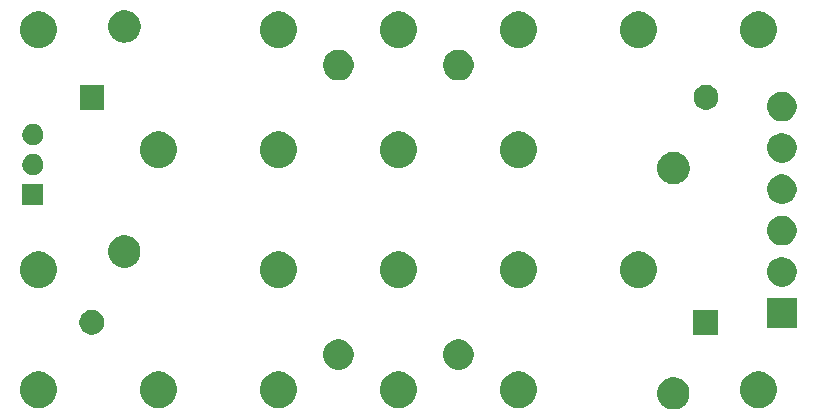
<source format=gbr>
G04 #@! TF.GenerationSoftware,KiCad,Pcbnew,5.1.5-52549c5~86~ubuntu18.04.1*
G04 #@! TF.CreationDate,2020-09-09T16:53:46-05:00*
G04 #@! TF.ProjectId,C03,4330332e-6b69-4636-9164-5f7063625858,rev?*
G04 #@! TF.SameCoordinates,Original*
G04 #@! TF.FileFunction,Soldermask,Bot*
G04 #@! TF.FilePolarity,Negative*
%FSLAX46Y46*%
G04 Gerber Fmt 4.6, Leading zero omitted, Abs format (unit mm)*
G04 Created by KiCad (PCBNEW 5.1.5-52549c5~86~ubuntu18.04.1) date 2020-09-09 16:53:46*
%MOMM*%
%LPD*%
G04 APERTURE LIST*
%ADD10C,0.100000*%
G04 APERTURE END LIST*
D10*
G36*
X77737524Y-53216697D02*
G01*
X77964706Y-53261886D01*
X78214212Y-53365235D01*
X78438762Y-53515275D01*
X78629725Y-53706238D01*
X78779765Y-53930788D01*
X78883114Y-54180294D01*
X78935800Y-54445168D01*
X78935800Y-54715232D01*
X78883114Y-54980106D01*
X78779765Y-55229612D01*
X78629725Y-55454162D01*
X78438762Y-55645125D01*
X78214212Y-55795165D01*
X77964706Y-55898514D01*
X77737524Y-55943703D01*
X77699833Y-55951200D01*
X77429767Y-55951200D01*
X77392076Y-55943703D01*
X77164894Y-55898514D01*
X76915388Y-55795165D01*
X76690838Y-55645125D01*
X76499875Y-55454162D01*
X76349835Y-55229612D01*
X76246486Y-54980106D01*
X76193800Y-54715232D01*
X76193800Y-54445168D01*
X76246486Y-54180294D01*
X76349835Y-53930788D01*
X76499875Y-53706238D01*
X76690838Y-53515275D01*
X76915388Y-53365235D01*
X77164894Y-53261886D01*
X77392076Y-53216697D01*
X77429767Y-53209200D01*
X77699833Y-53209200D01*
X77737524Y-53216697D01*
G37*
G36*
X85072585Y-52768802D02*
G01*
X85222410Y-52798604D01*
X85504674Y-52915521D01*
X85758705Y-53085259D01*
X85974741Y-53301295D01*
X86144479Y-53555326D01*
X86261396Y-53837590D01*
X86321000Y-54137240D01*
X86321000Y-54442760D01*
X86261396Y-54742410D01*
X86144479Y-55024674D01*
X85974741Y-55278705D01*
X85758705Y-55494741D01*
X85504674Y-55664479D01*
X85222410Y-55781396D01*
X85153188Y-55795165D01*
X84922761Y-55841000D01*
X84617239Y-55841000D01*
X84386812Y-55795165D01*
X84317590Y-55781396D01*
X84035326Y-55664479D01*
X83781295Y-55494741D01*
X83565259Y-55278705D01*
X83395521Y-55024674D01*
X83278604Y-54742410D01*
X83219000Y-54442760D01*
X83219000Y-54137240D01*
X83278604Y-53837590D01*
X83395521Y-53555326D01*
X83565259Y-53301295D01*
X83781295Y-53085259D01*
X84035326Y-52915521D01*
X84317590Y-52798604D01*
X84467415Y-52768802D01*
X84617239Y-52739000D01*
X84922761Y-52739000D01*
X85072585Y-52768802D01*
G37*
G36*
X24112585Y-52768802D02*
G01*
X24262410Y-52798604D01*
X24544674Y-52915521D01*
X24798705Y-53085259D01*
X25014741Y-53301295D01*
X25184479Y-53555326D01*
X25301396Y-53837590D01*
X25361000Y-54137240D01*
X25361000Y-54442760D01*
X25301396Y-54742410D01*
X25184479Y-55024674D01*
X25014741Y-55278705D01*
X24798705Y-55494741D01*
X24544674Y-55664479D01*
X24262410Y-55781396D01*
X24193188Y-55795165D01*
X23962761Y-55841000D01*
X23657239Y-55841000D01*
X23426812Y-55795165D01*
X23357590Y-55781396D01*
X23075326Y-55664479D01*
X22821295Y-55494741D01*
X22605259Y-55278705D01*
X22435521Y-55024674D01*
X22318604Y-54742410D01*
X22259000Y-54442760D01*
X22259000Y-54137240D01*
X22318604Y-53837590D01*
X22435521Y-53555326D01*
X22605259Y-53301295D01*
X22821295Y-53085259D01*
X23075326Y-52915521D01*
X23357590Y-52798604D01*
X23507415Y-52768802D01*
X23657239Y-52739000D01*
X23962761Y-52739000D01*
X24112585Y-52768802D01*
G37*
G36*
X34272585Y-52768802D02*
G01*
X34422410Y-52798604D01*
X34704674Y-52915521D01*
X34958705Y-53085259D01*
X35174741Y-53301295D01*
X35344479Y-53555326D01*
X35461396Y-53837590D01*
X35521000Y-54137240D01*
X35521000Y-54442760D01*
X35461396Y-54742410D01*
X35344479Y-55024674D01*
X35174741Y-55278705D01*
X34958705Y-55494741D01*
X34704674Y-55664479D01*
X34422410Y-55781396D01*
X34353188Y-55795165D01*
X34122761Y-55841000D01*
X33817239Y-55841000D01*
X33586812Y-55795165D01*
X33517590Y-55781396D01*
X33235326Y-55664479D01*
X32981295Y-55494741D01*
X32765259Y-55278705D01*
X32595521Y-55024674D01*
X32478604Y-54742410D01*
X32419000Y-54442760D01*
X32419000Y-54137240D01*
X32478604Y-53837590D01*
X32595521Y-53555326D01*
X32765259Y-53301295D01*
X32981295Y-53085259D01*
X33235326Y-52915521D01*
X33517590Y-52798604D01*
X33667415Y-52768802D01*
X33817239Y-52739000D01*
X34122761Y-52739000D01*
X34272585Y-52768802D01*
G37*
G36*
X54592585Y-52768802D02*
G01*
X54742410Y-52798604D01*
X55024674Y-52915521D01*
X55278705Y-53085259D01*
X55494741Y-53301295D01*
X55664479Y-53555326D01*
X55781396Y-53837590D01*
X55841000Y-54137240D01*
X55841000Y-54442760D01*
X55781396Y-54742410D01*
X55664479Y-55024674D01*
X55494741Y-55278705D01*
X55278705Y-55494741D01*
X55024674Y-55664479D01*
X54742410Y-55781396D01*
X54673188Y-55795165D01*
X54442761Y-55841000D01*
X54137239Y-55841000D01*
X53906812Y-55795165D01*
X53837590Y-55781396D01*
X53555326Y-55664479D01*
X53301295Y-55494741D01*
X53085259Y-55278705D01*
X52915521Y-55024674D01*
X52798604Y-54742410D01*
X52739000Y-54442760D01*
X52739000Y-54137240D01*
X52798604Y-53837590D01*
X52915521Y-53555326D01*
X53085259Y-53301295D01*
X53301295Y-53085259D01*
X53555326Y-52915521D01*
X53837590Y-52798604D01*
X53987415Y-52768802D01*
X54137239Y-52739000D01*
X54442761Y-52739000D01*
X54592585Y-52768802D01*
G37*
G36*
X64752585Y-52768802D02*
G01*
X64902410Y-52798604D01*
X65184674Y-52915521D01*
X65438705Y-53085259D01*
X65654741Y-53301295D01*
X65824479Y-53555326D01*
X65941396Y-53837590D01*
X66001000Y-54137240D01*
X66001000Y-54442760D01*
X65941396Y-54742410D01*
X65824479Y-55024674D01*
X65654741Y-55278705D01*
X65438705Y-55494741D01*
X65184674Y-55664479D01*
X64902410Y-55781396D01*
X64833188Y-55795165D01*
X64602761Y-55841000D01*
X64297239Y-55841000D01*
X64066812Y-55795165D01*
X63997590Y-55781396D01*
X63715326Y-55664479D01*
X63461295Y-55494741D01*
X63245259Y-55278705D01*
X63075521Y-55024674D01*
X62958604Y-54742410D01*
X62899000Y-54442760D01*
X62899000Y-54137240D01*
X62958604Y-53837590D01*
X63075521Y-53555326D01*
X63245259Y-53301295D01*
X63461295Y-53085259D01*
X63715326Y-52915521D01*
X63997590Y-52798604D01*
X64147415Y-52768802D01*
X64297239Y-52739000D01*
X64602761Y-52739000D01*
X64752585Y-52768802D01*
G37*
G36*
X44432585Y-52768802D02*
G01*
X44582410Y-52798604D01*
X44864674Y-52915521D01*
X45118705Y-53085259D01*
X45334741Y-53301295D01*
X45504479Y-53555326D01*
X45621396Y-53837590D01*
X45681000Y-54137240D01*
X45681000Y-54442760D01*
X45621396Y-54742410D01*
X45504479Y-55024674D01*
X45334741Y-55278705D01*
X45118705Y-55494741D01*
X44864674Y-55664479D01*
X44582410Y-55781396D01*
X44513188Y-55795165D01*
X44282761Y-55841000D01*
X43977239Y-55841000D01*
X43746812Y-55795165D01*
X43677590Y-55781396D01*
X43395326Y-55664479D01*
X43141295Y-55494741D01*
X42925259Y-55278705D01*
X42755521Y-55024674D01*
X42638604Y-54742410D01*
X42579000Y-54442760D01*
X42579000Y-54137240D01*
X42638604Y-53837590D01*
X42755521Y-53555326D01*
X42925259Y-53301295D01*
X43141295Y-53085259D01*
X43395326Y-52915521D01*
X43677590Y-52798604D01*
X43827415Y-52768802D01*
X43977239Y-52739000D01*
X44282761Y-52739000D01*
X44432585Y-52768802D01*
G37*
G36*
X49589393Y-50057304D02*
G01*
X49826101Y-50155352D01*
X49826103Y-50155353D01*
X50039135Y-50297696D01*
X50220304Y-50478865D01*
X50362647Y-50691897D01*
X50362648Y-50691899D01*
X50460696Y-50928607D01*
X50510680Y-51179893D01*
X50510680Y-51436107D01*
X50460696Y-51687393D01*
X50362648Y-51924101D01*
X50362647Y-51924103D01*
X50220304Y-52137135D01*
X50039135Y-52318304D01*
X49826103Y-52460647D01*
X49826102Y-52460648D01*
X49826101Y-52460648D01*
X49589393Y-52558696D01*
X49338107Y-52608680D01*
X49081893Y-52608680D01*
X48830607Y-52558696D01*
X48593899Y-52460648D01*
X48593898Y-52460648D01*
X48593897Y-52460647D01*
X48380865Y-52318304D01*
X48199696Y-52137135D01*
X48057353Y-51924103D01*
X48057352Y-51924101D01*
X47959304Y-51687393D01*
X47909320Y-51436107D01*
X47909320Y-51179893D01*
X47959304Y-50928607D01*
X48057352Y-50691899D01*
X48057353Y-50691897D01*
X48199696Y-50478865D01*
X48380865Y-50297696D01*
X48593897Y-50155353D01*
X48593899Y-50155352D01*
X48830607Y-50057304D01*
X49081893Y-50007320D01*
X49338107Y-50007320D01*
X49589393Y-50057304D01*
G37*
G36*
X59749393Y-50057304D02*
G01*
X59986101Y-50155352D01*
X59986103Y-50155353D01*
X60199135Y-50297696D01*
X60380304Y-50478865D01*
X60522647Y-50691897D01*
X60522648Y-50691899D01*
X60620696Y-50928607D01*
X60670680Y-51179893D01*
X60670680Y-51436107D01*
X60620696Y-51687393D01*
X60522648Y-51924101D01*
X60522647Y-51924103D01*
X60380304Y-52137135D01*
X60199135Y-52318304D01*
X59986103Y-52460647D01*
X59986102Y-52460648D01*
X59986101Y-52460648D01*
X59749393Y-52558696D01*
X59498107Y-52608680D01*
X59241893Y-52608680D01*
X58990607Y-52558696D01*
X58753899Y-52460648D01*
X58753898Y-52460648D01*
X58753897Y-52460647D01*
X58540865Y-52318304D01*
X58359696Y-52137135D01*
X58217353Y-51924103D01*
X58217352Y-51924101D01*
X58119304Y-51687393D01*
X58069320Y-51436107D01*
X58069320Y-51179893D01*
X58119304Y-50928607D01*
X58217352Y-50691899D01*
X58217353Y-50691897D01*
X58359696Y-50478865D01*
X58540865Y-50297696D01*
X58753897Y-50155353D01*
X58753899Y-50155352D01*
X58990607Y-50057304D01*
X59241893Y-50007320D01*
X59498107Y-50007320D01*
X59749393Y-50057304D01*
G37*
G36*
X28631364Y-47574589D02*
G01*
X28822633Y-47653815D01*
X28822635Y-47653816D01*
X28994773Y-47768835D01*
X29141165Y-47915227D01*
X29256185Y-48087367D01*
X29335411Y-48278636D01*
X29375800Y-48481684D01*
X29375800Y-48688716D01*
X29335411Y-48891764D01*
X29269453Y-49051000D01*
X29256184Y-49083035D01*
X29141165Y-49255173D01*
X28994773Y-49401565D01*
X28822635Y-49516584D01*
X28822634Y-49516585D01*
X28822633Y-49516585D01*
X28631364Y-49595811D01*
X28428316Y-49636200D01*
X28221284Y-49636200D01*
X28018236Y-49595811D01*
X27826967Y-49516585D01*
X27826966Y-49516585D01*
X27826965Y-49516584D01*
X27654827Y-49401565D01*
X27508435Y-49255173D01*
X27393416Y-49083035D01*
X27380147Y-49051000D01*
X27314189Y-48891764D01*
X27273800Y-48688716D01*
X27273800Y-48481684D01*
X27314189Y-48278636D01*
X27393415Y-48087367D01*
X27508435Y-47915227D01*
X27654827Y-47768835D01*
X27826965Y-47653816D01*
X27826967Y-47653815D01*
X28018236Y-47574589D01*
X28221284Y-47534200D01*
X28428316Y-47534200D01*
X28631364Y-47574589D01*
G37*
G36*
X81365800Y-49636200D02*
G01*
X79263800Y-49636200D01*
X79263800Y-47534200D01*
X81365800Y-47534200D01*
X81365800Y-49636200D01*
G37*
G36*
X88017400Y-49051000D02*
G01*
X85515400Y-49051000D01*
X85515400Y-46549000D01*
X88017400Y-46549000D01*
X88017400Y-49051000D01*
G37*
G36*
X44432585Y-42608802D02*
G01*
X44582410Y-42638604D01*
X44864674Y-42755521D01*
X45118705Y-42925259D01*
X45334741Y-43141295D01*
X45504479Y-43395326D01*
X45612091Y-43655126D01*
X45621396Y-43677591D01*
X45677810Y-43961200D01*
X45681000Y-43977240D01*
X45681000Y-44282760D01*
X45621396Y-44582410D01*
X45504479Y-44864674D01*
X45334741Y-45118705D01*
X45118705Y-45334741D01*
X44864674Y-45504479D01*
X44582410Y-45621396D01*
X44432585Y-45651198D01*
X44282761Y-45681000D01*
X43977239Y-45681000D01*
X43827415Y-45651198D01*
X43677590Y-45621396D01*
X43395326Y-45504479D01*
X43141295Y-45334741D01*
X42925259Y-45118705D01*
X42755521Y-44864674D01*
X42638604Y-44582410D01*
X42579000Y-44282760D01*
X42579000Y-43977240D01*
X42582191Y-43961200D01*
X42638604Y-43677591D01*
X42647909Y-43655126D01*
X42755521Y-43395326D01*
X42925259Y-43141295D01*
X43141295Y-42925259D01*
X43395326Y-42755521D01*
X43677590Y-42638604D01*
X43827415Y-42608802D01*
X43977239Y-42579000D01*
X44282761Y-42579000D01*
X44432585Y-42608802D01*
G37*
G36*
X74912585Y-42608802D02*
G01*
X75062410Y-42638604D01*
X75344674Y-42755521D01*
X75598705Y-42925259D01*
X75814741Y-43141295D01*
X75984479Y-43395326D01*
X76092091Y-43655126D01*
X76101396Y-43677591D01*
X76157810Y-43961200D01*
X76161000Y-43977240D01*
X76161000Y-44282760D01*
X76101396Y-44582410D01*
X75984479Y-44864674D01*
X75814741Y-45118705D01*
X75598705Y-45334741D01*
X75344674Y-45504479D01*
X75062410Y-45621396D01*
X74912585Y-45651198D01*
X74762761Y-45681000D01*
X74457239Y-45681000D01*
X74307415Y-45651198D01*
X74157590Y-45621396D01*
X73875326Y-45504479D01*
X73621295Y-45334741D01*
X73405259Y-45118705D01*
X73235521Y-44864674D01*
X73118604Y-44582410D01*
X73059000Y-44282760D01*
X73059000Y-43977240D01*
X73062191Y-43961200D01*
X73118604Y-43677591D01*
X73127909Y-43655126D01*
X73235521Y-43395326D01*
X73405259Y-43141295D01*
X73621295Y-42925259D01*
X73875326Y-42755521D01*
X74157590Y-42638604D01*
X74307415Y-42608802D01*
X74457239Y-42579000D01*
X74762761Y-42579000D01*
X74912585Y-42608802D01*
G37*
G36*
X64752585Y-42608802D02*
G01*
X64902410Y-42638604D01*
X65184674Y-42755521D01*
X65438705Y-42925259D01*
X65654741Y-43141295D01*
X65824479Y-43395326D01*
X65932091Y-43655126D01*
X65941396Y-43677591D01*
X65997810Y-43961200D01*
X66001000Y-43977240D01*
X66001000Y-44282760D01*
X65941396Y-44582410D01*
X65824479Y-44864674D01*
X65654741Y-45118705D01*
X65438705Y-45334741D01*
X65184674Y-45504479D01*
X64902410Y-45621396D01*
X64752585Y-45651198D01*
X64602761Y-45681000D01*
X64297239Y-45681000D01*
X64147415Y-45651198D01*
X63997590Y-45621396D01*
X63715326Y-45504479D01*
X63461295Y-45334741D01*
X63245259Y-45118705D01*
X63075521Y-44864674D01*
X62958604Y-44582410D01*
X62899000Y-44282760D01*
X62899000Y-43977240D01*
X62902191Y-43961200D01*
X62958604Y-43677591D01*
X62967909Y-43655126D01*
X63075521Y-43395326D01*
X63245259Y-43141295D01*
X63461295Y-42925259D01*
X63715326Y-42755521D01*
X63997590Y-42638604D01*
X64147415Y-42608802D01*
X64297239Y-42579000D01*
X64602761Y-42579000D01*
X64752585Y-42608802D01*
G37*
G36*
X54592585Y-42608802D02*
G01*
X54742410Y-42638604D01*
X55024674Y-42755521D01*
X55278705Y-42925259D01*
X55494741Y-43141295D01*
X55664479Y-43395326D01*
X55772091Y-43655126D01*
X55781396Y-43677591D01*
X55837810Y-43961200D01*
X55841000Y-43977240D01*
X55841000Y-44282760D01*
X55781396Y-44582410D01*
X55664479Y-44864674D01*
X55494741Y-45118705D01*
X55278705Y-45334741D01*
X55024674Y-45504479D01*
X54742410Y-45621396D01*
X54592585Y-45651198D01*
X54442761Y-45681000D01*
X54137239Y-45681000D01*
X53987415Y-45651198D01*
X53837590Y-45621396D01*
X53555326Y-45504479D01*
X53301295Y-45334741D01*
X53085259Y-45118705D01*
X52915521Y-44864674D01*
X52798604Y-44582410D01*
X52739000Y-44282760D01*
X52739000Y-43977240D01*
X52742191Y-43961200D01*
X52798604Y-43677591D01*
X52807909Y-43655126D01*
X52915521Y-43395326D01*
X53085259Y-43141295D01*
X53301295Y-42925259D01*
X53555326Y-42755521D01*
X53837590Y-42638604D01*
X53987415Y-42608802D01*
X54137239Y-42579000D01*
X54442761Y-42579000D01*
X54592585Y-42608802D01*
G37*
G36*
X24112585Y-42608802D02*
G01*
X24262410Y-42638604D01*
X24544674Y-42755521D01*
X24798705Y-42925259D01*
X25014741Y-43141295D01*
X25184479Y-43395326D01*
X25292091Y-43655126D01*
X25301396Y-43677591D01*
X25357810Y-43961200D01*
X25361000Y-43977240D01*
X25361000Y-44282760D01*
X25301396Y-44582410D01*
X25184479Y-44864674D01*
X25014741Y-45118705D01*
X24798705Y-45334741D01*
X24544674Y-45504479D01*
X24262410Y-45621396D01*
X24112585Y-45651198D01*
X23962761Y-45681000D01*
X23657239Y-45681000D01*
X23507415Y-45651198D01*
X23357590Y-45621396D01*
X23075326Y-45504479D01*
X22821295Y-45334741D01*
X22605259Y-45118705D01*
X22435521Y-44864674D01*
X22318604Y-44582410D01*
X22259000Y-44282760D01*
X22259000Y-43977240D01*
X22262191Y-43961200D01*
X22318604Y-43677591D01*
X22327909Y-43655126D01*
X22435521Y-43395326D01*
X22605259Y-43141295D01*
X22821295Y-42925259D01*
X23075326Y-42755521D01*
X23357590Y-42638604D01*
X23507415Y-42608802D01*
X23657239Y-42579000D01*
X23962761Y-42579000D01*
X24112585Y-42608802D01*
G37*
G36*
X87131303Y-43097075D02*
G01*
X87358971Y-43191378D01*
X87563866Y-43328285D01*
X87738115Y-43502534D01*
X87875022Y-43707429D01*
X87969325Y-43935097D01*
X88017400Y-44176787D01*
X88017400Y-44423213D01*
X87969325Y-44664903D01*
X87875022Y-44892571D01*
X87738115Y-45097466D01*
X87563866Y-45271715D01*
X87358971Y-45408622D01*
X87358970Y-45408623D01*
X87358969Y-45408623D01*
X87131303Y-45502925D01*
X86889614Y-45551000D01*
X86643186Y-45551000D01*
X86401497Y-45502925D01*
X86173831Y-45408623D01*
X86173830Y-45408623D01*
X86173829Y-45408622D01*
X85968934Y-45271715D01*
X85794685Y-45097466D01*
X85657778Y-44892571D01*
X85563475Y-44664903D01*
X85515400Y-44423213D01*
X85515400Y-44176787D01*
X85563475Y-43935097D01*
X85657778Y-43707429D01*
X85794685Y-43502534D01*
X85968934Y-43328285D01*
X86173829Y-43191378D01*
X86401497Y-43097075D01*
X86643186Y-43049000D01*
X86889614Y-43049000D01*
X87131303Y-43097075D01*
G37*
G36*
X31257524Y-41226697D02*
G01*
X31484706Y-41271886D01*
X31734212Y-41375235D01*
X31958762Y-41525275D01*
X32149725Y-41716238D01*
X32299765Y-41940788D01*
X32403114Y-42190294D01*
X32455800Y-42455168D01*
X32455800Y-42725232D01*
X32403114Y-42990106D01*
X32299765Y-43239612D01*
X32149725Y-43464162D01*
X31958762Y-43655125D01*
X31734212Y-43805165D01*
X31484706Y-43908514D01*
X31257524Y-43953703D01*
X31219833Y-43961200D01*
X30949767Y-43961200D01*
X30912076Y-43953703D01*
X30684894Y-43908514D01*
X30435388Y-43805165D01*
X30210838Y-43655125D01*
X30019875Y-43464162D01*
X29869835Y-43239612D01*
X29766486Y-42990106D01*
X29713800Y-42725232D01*
X29713800Y-42455168D01*
X29766486Y-42190294D01*
X29869835Y-41940788D01*
X30019875Y-41716238D01*
X30210838Y-41525275D01*
X30435388Y-41375235D01*
X30684894Y-41271886D01*
X30912076Y-41226697D01*
X30949767Y-41219200D01*
X31219833Y-41219200D01*
X31257524Y-41226697D01*
G37*
G36*
X87131303Y-39597075D02*
G01*
X87358971Y-39691378D01*
X87563866Y-39828285D01*
X87738115Y-40002534D01*
X87738116Y-40002536D01*
X87875023Y-40207431D01*
X87969325Y-40435097D01*
X88017400Y-40676786D01*
X88017400Y-40923214D01*
X87969325Y-41164903D01*
X87946835Y-41219200D01*
X87875022Y-41392571D01*
X87738115Y-41597466D01*
X87563866Y-41771715D01*
X87358971Y-41908622D01*
X87358970Y-41908623D01*
X87358969Y-41908623D01*
X87131303Y-42002925D01*
X86889614Y-42051000D01*
X86643186Y-42051000D01*
X86401497Y-42002925D01*
X86173831Y-41908623D01*
X86173830Y-41908623D01*
X86173829Y-41908622D01*
X85968934Y-41771715D01*
X85794685Y-41597466D01*
X85657778Y-41392571D01*
X85585966Y-41219200D01*
X85563475Y-41164903D01*
X85515400Y-40923214D01*
X85515400Y-40676786D01*
X85563475Y-40435097D01*
X85657777Y-40207431D01*
X85794684Y-40002536D01*
X85794685Y-40002534D01*
X85968934Y-39828285D01*
X86173829Y-39691378D01*
X86401497Y-39597075D01*
X86643186Y-39549000D01*
X86889614Y-39549000D01*
X87131303Y-39597075D01*
G37*
G36*
X24243600Y-38670800D02*
G01*
X22441600Y-38670800D01*
X22441600Y-36868800D01*
X24243600Y-36868800D01*
X24243600Y-38670800D01*
G37*
G36*
X87131303Y-36097075D02*
G01*
X87281316Y-36159212D01*
X87358971Y-36191378D01*
X87563866Y-36328285D01*
X87738115Y-36502534D01*
X87786352Y-36574726D01*
X87875023Y-36707431D01*
X87969325Y-36935097D01*
X88017400Y-37176787D01*
X88017400Y-37423213D01*
X87969325Y-37664903D01*
X87875022Y-37892571D01*
X87738115Y-38097466D01*
X87563866Y-38271715D01*
X87358971Y-38408622D01*
X87358970Y-38408623D01*
X87358969Y-38408623D01*
X87131303Y-38502925D01*
X86889614Y-38551000D01*
X86643186Y-38551000D01*
X86401497Y-38502925D01*
X86173831Y-38408623D01*
X86173830Y-38408623D01*
X86173829Y-38408622D01*
X85968934Y-38271715D01*
X85794685Y-38097466D01*
X85657778Y-37892571D01*
X85563475Y-37664903D01*
X85515400Y-37423213D01*
X85515400Y-37176787D01*
X85563475Y-36935097D01*
X85657777Y-36707431D01*
X85746448Y-36574726D01*
X85794685Y-36502534D01*
X85968934Y-36328285D01*
X86173829Y-36191378D01*
X86251485Y-36159212D01*
X86401497Y-36097075D01*
X86643186Y-36049000D01*
X86889614Y-36049000D01*
X87131303Y-36097075D01*
G37*
G36*
X77749124Y-34146297D02*
G01*
X77976306Y-34191486D01*
X78225812Y-34294835D01*
X78450362Y-34444875D01*
X78641325Y-34635838D01*
X78791365Y-34860388D01*
X78894714Y-35109894D01*
X78936216Y-35318541D01*
X78947400Y-35374767D01*
X78947400Y-35644833D01*
X78939903Y-35682524D01*
X78894714Y-35909706D01*
X78791365Y-36159212D01*
X78641325Y-36383762D01*
X78450362Y-36574725D01*
X78225812Y-36724765D01*
X77976306Y-36828114D01*
X77749124Y-36873303D01*
X77711433Y-36880800D01*
X77441367Y-36880800D01*
X77403676Y-36873303D01*
X77176494Y-36828114D01*
X76926988Y-36724765D01*
X76702438Y-36574725D01*
X76511475Y-36383762D01*
X76361435Y-36159212D01*
X76258086Y-35909706D01*
X76212897Y-35682524D01*
X76205400Y-35644833D01*
X76205400Y-35374767D01*
X76216584Y-35318541D01*
X76258086Y-35109894D01*
X76361435Y-34860388D01*
X76511475Y-34635838D01*
X76702438Y-34444875D01*
X76926988Y-34294835D01*
X77176494Y-34191486D01*
X77403676Y-34146297D01*
X77441367Y-34138800D01*
X77711433Y-34138800D01*
X77749124Y-34146297D01*
G37*
G36*
X23456112Y-34333727D02*
G01*
X23605412Y-34363424D01*
X23769384Y-34431344D01*
X23916954Y-34529947D01*
X24042453Y-34655446D01*
X24141056Y-34803016D01*
X24208976Y-34966988D01*
X24243600Y-35141059D01*
X24243600Y-35318541D01*
X24208976Y-35492612D01*
X24141056Y-35656584D01*
X24042453Y-35804154D01*
X23916954Y-35929653D01*
X23769384Y-36028256D01*
X23605412Y-36096176D01*
X23456112Y-36125873D01*
X23431342Y-36130800D01*
X23253858Y-36130800D01*
X23229088Y-36125873D01*
X23079788Y-36096176D01*
X22915816Y-36028256D01*
X22768246Y-35929653D01*
X22642747Y-35804154D01*
X22544144Y-35656584D01*
X22476224Y-35492612D01*
X22441600Y-35318541D01*
X22441600Y-35141059D01*
X22476224Y-34966988D01*
X22544144Y-34803016D01*
X22642747Y-34655446D01*
X22768246Y-34529947D01*
X22915816Y-34431344D01*
X23079788Y-34363424D01*
X23229088Y-34333727D01*
X23253858Y-34328800D01*
X23431342Y-34328800D01*
X23456112Y-34333727D01*
G37*
G36*
X54592585Y-32448802D02*
G01*
X54742410Y-32478604D01*
X55024674Y-32595521D01*
X55278705Y-32765259D01*
X55494741Y-32981295D01*
X55664479Y-33235326D01*
X55781396Y-33517590D01*
X55781396Y-33517591D01*
X55841000Y-33817239D01*
X55841000Y-34122761D01*
X55832617Y-34164903D01*
X55781396Y-34422410D01*
X55664479Y-34704674D01*
X55494741Y-34958705D01*
X55278705Y-35174741D01*
X55024674Y-35344479D01*
X54742410Y-35461396D01*
X54592585Y-35491198D01*
X54442761Y-35521000D01*
X54137239Y-35521000D01*
X53987415Y-35491198D01*
X53837590Y-35461396D01*
X53555326Y-35344479D01*
X53301295Y-35174741D01*
X53085259Y-34958705D01*
X52915521Y-34704674D01*
X52798604Y-34422410D01*
X52747383Y-34164903D01*
X52739000Y-34122761D01*
X52739000Y-33817239D01*
X52798604Y-33517591D01*
X52798604Y-33517590D01*
X52915521Y-33235326D01*
X53085259Y-32981295D01*
X53301295Y-32765259D01*
X53555326Y-32595521D01*
X53837590Y-32478604D01*
X53987415Y-32448802D01*
X54137239Y-32419000D01*
X54442761Y-32419000D01*
X54592585Y-32448802D01*
G37*
G36*
X64752585Y-32448802D02*
G01*
X64902410Y-32478604D01*
X65184674Y-32595521D01*
X65438705Y-32765259D01*
X65654741Y-32981295D01*
X65824479Y-33235326D01*
X65941396Y-33517590D01*
X65941396Y-33517591D01*
X66001000Y-33817239D01*
X66001000Y-34122761D01*
X65992617Y-34164903D01*
X65941396Y-34422410D01*
X65824479Y-34704674D01*
X65654741Y-34958705D01*
X65438705Y-35174741D01*
X65184674Y-35344479D01*
X64902410Y-35461396D01*
X64752585Y-35491198D01*
X64602761Y-35521000D01*
X64297239Y-35521000D01*
X64147415Y-35491198D01*
X63997590Y-35461396D01*
X63715326Y-35344479D01*
X63461295Y-35174741D01*
X63245259Y-34958705D01*
X63075521Y-34704674D01*
X62958604Y-34422410D01*
X62907383Y-34164903D01*
X62899000Y-34122761D01*
X62899000Y-33817239D01*
X62958604Y-33517591D01*
X62958604Y-33517590D01*
X63075521Y-33235326D01*
X63245259Y-32981295D01*
X63461295Y-32765259D01*
X63715326Y-32595521D01*
X63997590Y-32478604D01*
X64147415Y-32448802D01*
X64297239Y-32419000D01*
X64602761Y-32419000D01*
X64752585Y-32448802D01*
G37*
G36*
X44432585Y-32448802D02*
G01*
X44582410Y-32478604D01*
X44864674Y-32595521D01*
X45118705Y-32765259D01*
X45334741Y-32981295D01*
X45504479Y-33235326D01*
X45621396Y-33517590D01*
X45621396Y-33517591D01*
X45681000Y-33817239D01*
X45681000Y-34122761D01*
X45672617Y-34164903D01*
X45621396Y-34422410D01*
X45504479Y-34704674D01*
X45334741Y-34958705D01*
X45118705Y-35174741D01*
X44864674Y-35344479D01*
X44582410Y-35461396D01*
X44432585Y-35491198D01*
X44282761Y-35521000D01*
X43977239Y-35521000D01*
X43827415Y-35491198D01*
X43677590Y-35461396D01*
X43395326Y-35344479D01*
X43141295Y-35174741D01*
X42925259Y-34958705D01*
X42755521Y-34704674D01*
X42638604Y-34422410D01*
X42587383Y-34164903D01*
X42579000Y-34122761D01*
X42579000Y-33817239D01*
X42638604Y-33517591D01*
X42638604Y-33517590D01*
X42755521Y-33235326D01*
X42925259Y-32981295D01*
X43141295Y-32765259D01*
X43395326Y-32595521D01*
X43677590Y-32478604D01*
X43827415Y-32448802D01*
X43977239Y-32419000D01*
X44282761Y-32419000D01*
X44432585Y-32448802D01*
G37*
G36*
X34272585Y-32448802D02*
G01*
X34422410Y-32478604D01*
X34704674Y-32595521D01*
X34958705Y-32765259D01*
X35174741Y-32981295D01*
X35344479Y-33235326D01*
X35461396Y-33517590D01*
X35461396Y-33517591D01*
X35521000Y-33817239D01*
X35521000Y-34122761D01*
X35512617Y-34164903D01*
X35461396Y-34422410D01*
X35344479Y-34704674D01*
X35174741Y-34958705D01*
X34958705Y-35174741D01*
X34704674Y-35344479D01*
X34422410Y-35461396D01*
X34272585Y-35491198D01*
X34122761Y-35521000D01*
X33817239Y-35521000D01*
X33667415Y-35491198D01*
X33517590Y-35461396D01*
X33235326Y-35344479D01*
X32981295Y-35174741D01*
X32765259Y-34958705D01*
X32595521Y-34704674D01*
X32478604Y-34422410D01*
X32427383Y-34164903D01*
X32419000Y-34122761D01*
X32419000Y-33817239D01*
X32478604Y-33517591D01*
X32478604Y-33517590D01*
X32595521Y-33235326D01*
X32765259Y-32981295D01*
X32981295Y-32765259D01*
X33235326Y-32595521D01*
X33517590Y-32478604D01*
X33667415Y-32448802D01*
X33817239Y-32419000D01*
X34122761Y-32419000D01*
X34272585Y-32448802D01*
G37*
G36*
X87131303Y-32597075D02*
G01*
X87358971Y-32691378D01*
X87563866Y-32828285D01*
X87738115Y-33002534D01*
X87875022Y-33207429D01*
X87969325Y-33435097D01*
X88017400Y-33676787D01*
X88017400Y-33923213D01*
X87969325Y-34164903D01*
X87875022Y-34392571D01*
X87738115Y-34597466D01*
X87563866Y-34771715D01*
X87358971Y-34908622D01*
X87358970Y-34908623D01*
X87358969Y-34908623D01*
X87131303Y-35002925D01*
X86889614Y-35051000D01*
X86643186Y-35051000D01*
X86401497Y-35002925D01*
X86173831Y-34908623D01*
X86173830Y-34908623D01*
X86173829Y-34908622D01*
X85968934Y-34771715D01*
X85794685Y-34597466D01*
X85657778Y-34392571D01*
X85563475Y-34164903D01*
X85515400Y-33923213D01*
X85515400Y-33676787D01*
X85563475Y-33435097D01*
X85657778Y-33207429D01*
X85794685Y-33002534D01*
X85968934Y-32828285D01*
X86173829Y-32691378D01*
X86401497Y-32597075D01*
X86643186Y-32549000D01*
X86889614Y-32549000D01*
X87131303Y-32597075D01*
G37*
G36*
X23456112Y-31793727D02*
G01*
X23605412Y-31823424D01*
X23769384Y-31891344D01*
X23916954Y-31989947D01*
X24042453Y-32115446D01*
X24141056Y-32263016D01*
X24208976Y-32426988D01*
X24233245Y-32549000D01*
X24242499Y-32595521D01*
X24243600Y-32601059D01*
X24243600Y-32778541D01*
X24208976Y-32952612D01*
X24141056Y-33116584D01*
X24042453Y-33264154D01*
X23916954Y-33389653D01*
X23769384Y-33488256D01*
X23605412Y-33556176D01*
X23456112Y-33585873D01*
X23431342Y-33590800D01*
X23253858Y-33590800D01*
X23229088Y-33585873D01*
X23079788Y-33556176D01*
X22915816Y-33488256D01*
X22768246Y-33389653D01*
X22642747Y-33264154D01*
X22544144Y-33116584D01*
X22476224Y-32952612D01*
X22441600Y-32778541D01*
X22441600Y-32601059D01*
X22442702Y-32595521D01*
X22451955Y-32549000D01*
X22476224Y-32426988D01*
X22544144Y-32263016D01*
X22642747Y-32115446D01*
X22768246Y-31989947D01*
X22915816Y-31891344D01*
X23079788Y-31823424D01*
X23229088Y-31793727D01*
X23253858Y-31788800D01*
X23431342Y-31788800D01*
X23456112Y-31793727D01*
G37*
G36*
X87131303Y-29097075D02*
G01*
X87358971Y-29191378D01*
X87563866Y-29328285D01*
X87738115Y-29502534D01*
X87875022Y-29707429D01*
X87969325Y-29935097D01*
X88017400Y-30176787D01*
X88017400Y-30423213D01*
X87969325Y-30664903D01*
X87875022Y-30892571D01*
X87738115Y-31097466D01*
X87563866Y-31271715D01*
X87358971Y-31408622D01*
X87358970Y-31408623D01*
X87358969Y-31408623D01*
X87131303Y-31502925D01*
X86889614Y-31551000D01*
X86643186Y-31551000D01*
X86401497Y-31502925D01*
X86173831Y-31408623D01*
X86173830Y-31408623D01*
X86173829Y-31408622D01*
X85968934Y-31271715D01*
X85794685Y-31097466D01*
X85657778Y-30892571D01*
X85563475Y-30664903D01*
X85515400Y-30423213D01*
X85515400Y-30176787D01*
X85563475Y-29935097D01*
X85657778Y-29707429D01*
X85794685Y-29502534D01*
X85968934Y-29328285D01*
X86173829Y-29191378D01*
X86401497Y-29097075D01*
X86643186Y-29049000D01*
X86889614Y-29049000D01*
X87131303Y-29097075D01*
G37*
G36*
X80642964Y-28504189D02*
G01*
X80834233Y-28583415D01*
X80834235Y-28583416D01*
X81006373Y-28698435D01*
X81152765Y-28844827D01*
X81267785Y-29016967D01*
X81347011Y-29208236D01*
X81387400Y-29411284D01*
X81387400Y-29618316D01*
X81347011Y-29821364D01*
X81299901Y-29935097D01*
X81267784Y-30012635D01*
X81152765Y-30184773D01*
X81006373Y-30331165D01*
X80834235Y-30446184D01*
X80834234Y-30446185D01*
X80834233Y-30446185D01*
X80642964Y-30525411D01*
X80439916Y-30565800D01*
X80232884Y-30565800D01*
X80029836Y-30525411D01*
X79838567Y-30446185D01*
X79838566Y-30446185D01*
X79838565Y-30446184D01*
X79666427Y-30331165D01*
X79520035Y-30184773D01*
X79405016Y-30012635D01*
X79372899Y-29935097D01*
X79325789Y-29821364D01*
X79285400Y-29618316D01*
X79285400Y-29411284D01*
X79325789Y-29208236D01*
X79405015Y-29016967D01*
X79520035Y-28844827D01*
X79666427Y-28698435D01*
X79838565Y-28583416D01*
X79838567Y-28583415D01*
X80029836Y-28504189D01*
X80232884Y-28463800D01*
X80439916Y-28463800D01*
X80642964Y-28504189D01*
G37*
G36*
X29397400Y-30565800D02*
G01*
X27295400Y-30565800D01*
X27295400Y-28463800D01*
X29397400Y-28463800D01*
X29397400Y-30565800D01*
G37*
G36*
X59749393Y-25541304D02*
G01*
X59986101Y-25639352D01*
X59986103Y-25639353D01*
X60199135Y-25781696D01*
X60380304Y-25962865D01*
X60522647Y-26175897D01*
X60522648Y-26175899D01*
X60620696Y-26412607D01*
X60670680Y-26663893D01*
X60670680Y-26920107D01*
X60620696Y-27171393D01*
X60522648Y-27408101D01*
X60522647Y-27408103D01*
X60380304Y-27621135D01*
X60199135Y-27802304D01*
X59986103Y-27944647D01*
X59986102Y-27944648D01*
X59986101Y-27944648D01*
X59749393Y-28042696D01*
X59498107Y-28092680D01*
X59241893Y-28092680D01*
X58990607Y-28042696D01*
X58753899Y-27944648D01*
X58753898Y-27944648D01*
X58753897Y-27944647D01*
X58540865Y-27802304D01*
X58359696Y-27621135D01*
X58217353Y-27408103D01*
X58217352Y-27408101D01*
X58119304Y-27171393D01*
X58069320Y-26920107D01*
X58069320Y-26663893D01*
X58119304Y-26412607D01*
X58217352Y-26175899D01*
X58217353Y-26175897D01*
X58359696Y-25962865D01*
X58540865Y-25781696D01*
X58753897Y-25639353D01*
X58753899Y-25639352D01*
X58990607Y-25541304D01*
X59241893Y-25491320D01*
X59498107Y-25491320D01*
X59749393Y-25541304D01*
G37*
G36*
X49589393Y-25541304D02*
G01*
X49826101Y-25639352D01*
X49826103Y-25639353D01*
X50039135Y-25781696D01*
X50220304Y-25962865D01*
X50362647Y-26175897D01*
X50362648Y-26175899D01*
X50460696Y-26412607D01*
X50510680Y-26663893D01*
X50510680Y-26920107D01*
X50460696Y-27171393D01*
X50362648Y-27408101D01*
X50362647Y-27408103D01*
X50220304Y-27621135D01*
X50039135Y-27802304D01*
X49826103Y-27944647D01*
X49826102Y-27944648D01*
X49826101Y-27944648D01*
X49589393Y-28042696D01*
X49338107Y-28092680D01*
X49081893Y-28092680D01*
X48830607Y-28042696D01*
X48593899Y-27944648D01*
X48593898Y-27944648D01*
X48593897Y-27944647D01*
X48380865Y-27802304D01*
X48199696Y-27621135D01*
X48057353Y-27408103D01*
X48057352Y-27408101D01*
X47959304Y-27171393D01*
X47909320Y-26920107D01*
X47909320Y-26663893D01*
X47959304Y-26412607D01*
X48057352Y-26175899D01*
X48057353Y-26175897D01*
X48199696Y-25962865D01*
X48380865Y-25781696D01*
X48593897Y-25639353D01*
X48593899Y-25639352D01*
X48830607Y-25541304D01*
X49081893Y-25491320D01*
X49338107Y-25491320D01*
X49589393Y-25541304D01*
G37*
G36*
X24112585Y-22288802D02*
G01*
X24262410Y-22318604D01*
X24544674Y-22435521D01*
X24798705Y-22605259D01*
X25014741Y-22821295D01*
X25184479Y-23075326D01*
X25301396Y-23357590D01*
X25361000Y-23657240D01*
X25361000Y-23962760D01*
X25301396Y-24262410D01*
X25184479Y-24544674D01*
X25014741Y-24798705D01*
X24798705Y-25014741D01*
X24544674Y-25184479D01*
X24262410Y-25301396D01*
X24112585Y-25331198D01*
X23962761Y-25361000D01*
X23657239Y-25361000D01*
X23507415Y-25331198D01*
X23357590Y-25301396D01*
X23075326Y-25184479D01*
X22821295Y-25014741D01*
X22605259Y-24798705D01*
X22435521Y-24544674D01*
X22318604Y-24262410D01*
X22259000Y-23962760D01*
X22259000Y-23657240D01*
X22318604Y-23357590D01*
X22435521Y-23075326D01*
X22605259Y-22821295D01*
X22821295Y-22605259D01*
X23075326Y-22435521D01*
X23357590Y-22318604D01*
X23507415Y-22288802D01*
X23657239Y-22259000D01*
X23962761Y-22259000D01*
X24112585Y-22288802D01*
G37*
G36*
X44432585Y-22288802D02*
G01*
X44582410Y-22318604D01*
X44864674Y-22435521D01*
X45118705Y-22605259D01*
X45334741Y-22821295D01*
X45504479Y-23075326D01*
X45621396Y-23357590D01*
X45681000Y-23657240D01*
X45681000Y-23962760D01*
X45621396Y-24262410D01*
X45504479Y-24544674D01*
X45334741Y-24798705D01*
X45118705Y-25014741D01*
X44864674Y-25184479D01*
X44582410Y-25301396D01*
X44432585Y-25331198D01*
X44282761Y-25361000D01*
X43977239Y-25361000D01*
X43827415Y-25331198D01*
X43677590Y-25301396D01*
X43395326Y-25184479D01*
X43141295Y-25014741D01*
X42925259Y-24798705D01*
X42755521Y-24544674D01*
X42638604Y-24262410D01*
X42579000Y-23962760D01*
X42579000Y-23657240D01*
X42638604Y-23357590D01*
X42755521Y-23075326D01*
X42925259Y-22821295D01*
X43141295Y-22605259D01*
X43395326Y-22435521D01*
X43677590Y-22318604D01*
X43827415Y-22288802D01*
X43977239Y-22259000D01*
X44282761Y-22259000D01*
X44432585Y-22288802D01*
G37*
G36*
X64752585Y-22288802D02*
G01*
X64902410Y-22318604D01*
X65184674Y-22435521D01*
X65438705Y-22605259D01*
X65654741Y-22821295D01*
X65824479Y-23075326D01*
X65941396Y-23357590D01*
X66001000Y-23657240D01*
X66001000Y-23962760D01*
X65941396Y-24262410D01*
X65824479Y-24544674D01*
X65654741Y-24798705D01*
X65438705Y-25014741D01*
X65184674Y-25184479D01*
X64902410Y-25301396D01*
X64752585Y-25331198D01*
X64602761Y-25361000D01*
X64297239Y-25361000D01*
X64147415Y-25331198D01*
X63997590Y-25301396D01*
X63715326Y-25184479D01*
X63461295Y-25014741D01*
X63245259Y-24798705D01*
X63075521Y-24544674D01*
X62958604Y-24262410D01*
X62899000Y-23962760D01*
X62899000Y-23657240D01*
X62958604Y-23357590D01*
X63075521Y-23075326D01*
X63245259Y-22821295D01*
X63461295Y-22605259D01*
X63715326Y-22435521D01*
X63997590Y-22318604D01*
X64147415Y-22288802D01*
X64297239Y-22259000D01*
X64602761Y-22259000D01*
X64752585Y-22288802D01*
G37*
G36*
X74912585Y-22288802D02*
G01*
X75062410Y-22318604D01*
X75344674Y-22435521D01*
X75598705Y-22605259D01*
X75814741Y-22821295D01*
X75984479Y-23075326D01*
X76101396Y-23357590D01*
X76161000Y-23657240D01*
X76161000Y-23962760D01*
X76101396Y-24262410D01*
X75984479Y-24544674D01*
X75814741Y-24798705D01*
X75598705Y-25014741D01*
X75344674Y-25184479D01*
X75062410Y-25301396D01*
X74912585Y-25331198D01*
X74762761Y-25361000D01*
X74457239Y-25361000D01*
X74307415Y-25331198D01*
X74157590Y-25301396D01*
X73875326Y-25184479D01*
X73621295Y-25014741D01*
X73405259Y-24798705D01*
X73235521Y-24544674D01*
X73118604Y-24262410D01*
X73059000Y-23962760D01*
X73059000Y-23657240D01*
X73118604Y-23357590D01*
X73235521Y-23075326D01*
X73405259Y-22821295D01*
X73621295Y-22605259D01*
X73875326Y-22435521D01*
X74157590Y-22318604D01*
X74307415Y-22288802D01*
X74457239Y-22259000D01*
X74762761Y-22259000D01*
X74912585Y-22288802D01*
G37*
G36*
X85072585Y-22288802D02*
G01*
X85222410Y-22318604D01*
X85504674Y-22435521D01*
X85758705Y-22605259D01*
X85974741Y-22821295D01*
X86144479Y-23075326D01*
X86261396Y-23357590D01*
X86321000Y-23657240D01*
X86321000Y-23962760D01*
X86261396Y-24262410D01*
X86144479Y-24544674D01*
X85974741Y-24798705D01*
X85758705Y-25014741D01*
X85504674Y-25184479D01*
X85222410Y-25301396D01*
X85072585Y-25331198D01*
X84922761Y-25361000D01*
X84617239Y-25361000D01*
X84467415Y-25331198D01*
X84317590Y-25301396D01*
X84035326Y-25184479D01*
X83781295Y-25014741D01*
X83565259Y-24798705D01*
X83395521Y-24544674D01*
X83278604Y-24262410D01*
X83219000Y-23962760D01*
X83219000Y-23657240D01*
X83278604Y-23357590D01*
X83395521Y-23075326D01*
X83565259Y-22821295D01*
X83781295Y-22605259D01*
X84035326Y-22435521D01*
X84317590Y-22318604D01*
X84467415Y-22288802D01*
X84617239Y-22259000D01*
X84922761Y-22259000D01*
X85072585Y-22288802D01*
G37*
G36*
X54592585Y-22288802D02*
G01*
X54742410Y-22318604D01*
X55024674Y-22435521D01*
X55278705Y-22605259D01*
X55494741Y-22821295D01*
X55664479Y-23075326D01*
X55781396Y-23357590D01*
X55841000Y-23657240D01*
X55841000Y-23962760D01*
X55781396Y-24262410D01*
X55664479Y-24544674D01*
X55494741Y-24798705D01*
X55278705Y-25014741D01*
X55024674Y-25184479D01*
X54742410Y-25301396D01*
X54592585Y-25331198D01*
X54442761Y-25361000D01*
X54137239Y-25361000D01*
X53987415Y-25331198D01*
X53837590Y-25301396D01*
X53555326Y-25184479D01*
X53301295Y-25014741D01*
X53085259Y-24798705D01*
X52915521Y-24544674D01*
X52798604Y-24262410D01*
X52739000Y-23962760D01*
X52739000Y-23657240D01*
X52798604Y-23357590D01*
X52915521Y-23075326D01*
X53085259Y-22821295D01*
X53301295Y-22605259D01*
X53555326Y-22435521D01*
X53837590Y-22318604D01*
X53987415Y-22288802D01*
X54137239Y-22259000D01*
X54442761Y-22259000D01*
X54592585Y-22288802D01*
G37*
G36*
X31269124Y-22156297D02*
G01*
X31496306Y-22201486D01*
X31745812Y-22304835D01*
X31970362Y-22454875D01*
X32161325Y-22645838D01*
X32311365Y-22870388D01*
X32414714Y-23119894D01*
X32467400Y-23384768D01*
X32467400Y-23654832D01*
X32414714Y-23919706D01*
X32311365Y-24169212D01*
X32161325Y-24393762D01*
X31970362Y-24584725D01*
X31745812Y-24734765D01*
X31496306Y-24838114D01*
X31269124Y-24883303D01*
X31231433Y-24890800D01*
X30961367Y-24890800D01*
X30923676Y-24883303D01*
X30696494Y-24838114D01*
X30446988Y-24734765D01*
X30222438Y-24584725D01*
X30031475Y-24393762D01*
X29881435Y-24169212D01*
X29778086Y-23919706D01*
X29725400Y-23654832D01*
X29725400Y-23384768D01*
X29778086Y-23119894D01*
X29881435Y-22870388D01*
X30031475Y-22645838D01*
X30222438Y-22454875D01*
X30446988Y-22304835D01*
X30696494Y-22201486D01*
X30923676Y-22156297D01*
X30961367Y-22148800D01*
X31231433Y-22148800D01*
X31269124Y-22156297D01*
G37*
M02*

</source>
